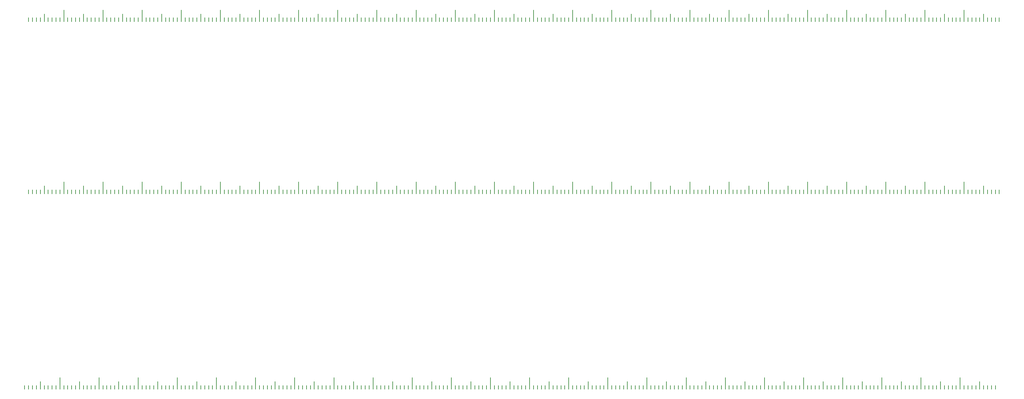
<source format=gtl>
G04 #@! TF.GenerationSoftware,KiCad,Pcbnew,7.0.9-dirty*
G04 #@! TF.CreationDate,2024-01-14T20:59:28+01:00*
G04 #@! TF.ProjectId,ranura 13857,72616e75-7261-4203-9133-3835372e6b69,1*
G04 #@! TF.SameCoordinates,Original*
G04 #@! TF.FileFunction,Copper,L1,Top*
G04 #@! TF.FilePolarity,Positive*
%FSLAX46Y46*%
G04 Gerber Fmt 4.6, Leading zero omitted, Abs format (unit mm)*
G04 Created by KiCad (PCBNEW 7.0.9-dirty) date 2024-01-14 20:59:28*
%MOMM*%
%LPD*%
G01*
G04 APERTURE LIST*
G04 #@! TA.AperFunction,EtchedComponent*
%ADD10C,0.150000*%
G04 #@! TD*
G04 APERTURE END LIST*
D10*
X26000000Y-108000000D02*
X26000000Y-107000000D01*
X27000000Y-108000000D02*
X27000000Y-107000000D01*
X28000000Y-108000000D02*
X28000000Y-107000000D01*
X29000000Y-108000000D02*
X29000000Y-107000000D01*
X30000000Y-108000000D02*
X30000000Y-106000000D01*
X31000000Y-108000000D02*
X31000000Y-107000000D01*
X32000000Y-108000000D02*
X32000000Y-107000000D01*
X33000000Y-108000000D02*
X33000000Y-107000000D01*
X34000000Y-108000000D02*
X34000000Y-107000000D01*
X35000000Y-108000000D02*
X35000000Y-105000000D01*
X36000000Y-108000000D02*
X36000000Y-107000000D01*
X37000000Y-108000000D02*
X37000000Y-107000000D01*
X38000000Y-108000000D02*
X38000000Y-107000000D01*
X39000000Y-108000000D02*
X39000000Y-107000000D01*
X40000000Y-108000000D02*
X40000000Y-106000000D01*
X41000000Y-108000000D02*
X41000000Y-107000000D01*
X42000000Y-108000000D02*
X42000000Y-107000000D01*
X43000000Y-108000000D02*
X43000000Y-107000000D01*
X44000000Y-108000000D02*
X44000000Y-107000000D01*
X45000000Y-108000000D02*
X45000000Y-105000000D01*
X46000000Y-108000000D02*
X46000000Y-107000000D01*
X47000000Y-108000000D02*
X47000000Y-107000000D01*
X48000000Y-108000000D02*
X48000000Y-107000000D01*
X49000000Y-108000000D02*
X49000000Y-107000000D01*
X50000000Y-108000000D02*
X50000000Y-106000000D01*
X51000000Y-108000000D02*
X51000000Y-107000000D01*
X52000000Y-108000000D02*
X52000000Y-107000000D01*
X53000000Y-108000000D02*
X53000000Y-107000000D01*
X54000000Y-108000000D02*
X54000000Y-107000000D01*
X55000000Y-108000000D02*
X55000000Y-105000000D01*
X56000000Y-108000000D02*
X56000000Y-107000000D01*
X57000000Y-108000000D02*
X57000000Y-107000000D01*
X58000000Y-108000000D02*
X58000000Y-107000000D01*
X59000000Y-108000000D02*
X59000000Y-107000000D01*
X60000000Y-108000000D02*
X60000000Y-106000000D01*
X61000000Y-108000000D02*
X61000000Y-107000000D01*
X62000000Y-108000000D02*
X62000000Y-107000000D01*
X63000000Y-108000000D02*
X63000000Y-107000000D01*
X64000000Y-108000000D02*
X64000000Y-107000000D01*
X65000000Y-108000000D02*
X65000000Y-105000000D01*
X66000000Y-108000000D02*
X66000000Y-107000000D01*
X67000000Y-108000000D02*
X67000000Y-107000000D01*
X68000000Y-108000000D02*
X68000000Y-107000000D01*
X69000000Y-108000000D02*
X69000000Y-107000000D01*
X70000000Y-108000000D02*
X70000000Y-106000000D01*
X71000000Y-108000000D02*
X71000000Y-107000000D01*
X72000000Y-108000000D02*
X72000000Y-107000000D01*
X73000000Y-108000000D02*
X73000000Y-107000000D01*
X74000000Y-108000000D02*
X74000000Y-107000000D01*
X75000000Y-108000000D02*
X75000000Y-105000000D01*
X76000000Y-108000000D02*
X76000000Y-107000000D01*
X77000000Y-108000000D02*
X77000000Y-107000000D01*
X78000000Y-108000000D02*
X78000000Y-107000000D01*
X79000000Y-108000000D02*
X79000000Y-107000000D01*
X80000000Y-108000000D02*
X80000000Y-106000000D01*
X81000000Y-108000000D02*
X81000000Y-107000000D01*
X82000000Y-108000000D02*
X82000000Y-107000000D01*
X83000000Y-108000000D02*
X83000000Y-107000000D01*
X84000000Y-108000000D02*
X84000000Y-107000000D01*
X85000000Y-108000000D02*
X85000000Y-105000000D01*
X86000000Y-108000000D02*
X86000000Y-107000000D01*
X87000000Y-108000000D02*
X87000000Y-107000000D01*
X88000000Y-108000000D02*
X88000000Y-107000000D01*
X89000000Y-108000000D02*
X89000000Y-107000000D01*
X90000000Y-108000000D02*
X90000000Y-106000000D01*
X91000000Y-108000000D02*
X91000000Y-107000000D01*
X92000000Y-108000000D02*
X92000000Y-107000000D01*
X93000000Y-108000000D02*
X93000000Y-107000000D01*
X94000000Y-108000000D02*
X94000000Y-107000000D01*
X95000000Y-108000000D02*
X95000000Y-105000000D01*
X96000000Y-108000000D02*
X96000000Y-107000000D01*
X97000000Y-108000000D02*
X97000000Y-107000000D01*
X98000000Y-108000000D02*
X98000000Y-107000000D01*
X99000000Y-108000000D02*
X99000000Y-107000000D01*
X100000000Y-108000000D02*
X100000000Y-106000000D01*
X101000000Y-108000000D02*
X101000000Y-107000000D01*
X102000000Y-108000000D02*
X102000000Y-107000000D01*
X103000000Y-108000000D02*
X103000000Y-107000000D01*
X104000000Y-108000000D02*
X104000000Y-107000000D01*
X105000000Y-108000000D02*
X105000000Y-105000000D01*
X106000000Y-108000000D02*
X106000000Y-107000000D01*
X107000000Y-108000000D02*
X107000000Y-107000000D01*
X108000000Y-108000000D02*
X108000000Y-107000000D01*
X109000000Y-108000000D02*
X109000000Y-107000000D01*
X110000000Y-108000000D02*
X110000000Y-106000000D01*
X111000000Y-108000000D02*
X111000000Y-107000000D01*
X112000000Y-108000000D02*
X112000000Y-107000000D01*
X113000000Y-108000000D02*
X113000000Y-107000000D01*
X114000000Y-108000000D02*
X114000000Y-107000000D01*
X115000000Y-108000000D02*
X115000000Y-105000000D01*
X116000000Y-108000000D02*
X116000000Y-107000000D01*
X117000000Y-108000000D02*
X117000000Y-107000000D01*
X118000000Y-108000000D02*
X118000000Y-107000000D01*
X119000000Y-108000000D02*
X119000000Y-107000000D01*
X120000000Y-108000000D02*
X120000000Y-106000000D01*
X121000000Y-108000000D02*
X121000000Y-107000000D01*
X122000000Y-108000000D02*
X122000000Y-107000000D01*
X123000000Y-108000000D02*
X123000000Y-107000000D01*
X124000000Y-108000000D02*
X124000000Y-107000000D01*
X125000000Y-108000000D02*
X125000000Y-105000000D01*
X126000000Y-108000000D02*
X126000000Y-107000000D01*
X127000000Y-108000000D02*
X127000000Y-107000000D01*
X128000000Y-108000000D02*
X128000000Y-107000000D01*
X129000000Y-108000000D02*
X129000000Y-107000000D01*
X130000000Y-108000000D02*
X130000000Y-106000000D01*
X131000000Y-108000000D02*
X131000000Y-107000000D01*
X132000000Y-108000000D02*
X132000000Y-107000000D01*
X133000000Y-108000000D02*
X133000000Y-107000000D01*
X134000000Y-108000000D02*
X134000000Y-107000000D01*
X135000000Y-108000000D02*
X135000000Y-105000000D01*
X136000000Y-108000000D02*
X136000000Y-107000000D01*
X137000000Y-108000000D02*
X137000000Y-107000000D01*
X138000000Y-108000000D02*
X138000000Y-107000000D01*
X139000000Y-108000000D02*
X139000000Y-107000000D01*
X140000000Y-108000000D02*
X140000000Y-106000000D01*
X141000000Y-108000000D02*
X141000000Y-107000000D01*
X142000000Y-108000000D02*
X142000000Y-107000000D01*
X143000000Y-108000000D02*
X143000000Y-107000000D01*
X144000000Y-108000000D02*
X144000000Y-107000000D01*
X145000000Y-108000000D02*
X145000000Y-105000000D01*
X146000000Y-108000000D02*
X146000000Y-107000000D01*
X147000000Y-108000000D02*
X147000000Y-107000000D01*
X148000000Y-108000000D02*
X148000000Y-107000000D01*
X149000000Y-108000000D02*
X149000000Y-107000000D01*
X150000000Y-108000000D02*
X150000000Y-106000000D01*
X151000000Y-108000000D02*
X151000000Y-107000000D01*
X152000000Y-108000000D02*
X152000000Y-107000000D01*
X153000000Y-108000000D02*
X153000000Y-107000000D01*
X154000000Y-108000000D02*
X154000000Y-107000000D01*
X155000000Y-108000000D02*
X155000000Y-105000000D01*
X156000000Y-108000000D02*
X156000000Y-107000000D01*
X157000000Y-108000000D02*
X157000000Y-107000000D01*
X158000000Y-108000000D02*
X158000000Y-107000000D01*
X159000000Y-108000000D02*
X159000000Y-107000000D01*
X160000000Y-108000000D02*
X160000000Y-106000000D01*
X161000000Y-108000000D02*
X161000000Y-107000000D01*
X162000000Y-108000000D02*
X162000000Y-107000000D01*
X163000000Y-108000000D02*
X163000000Y-107000000D01*
X164000000Y-108000000D02*
X164000000Y-107000000D01*
X165000000Y-108000000D02*
X165000000Y-105000000D01*
X166000000Y-108000000D02*
X166000000Y-107000000D01*
X167000000Y-108000000D02*
X167000000Y-107000000D01*
X168000000Y-108000000D02*
X168000000Y-107000000D01*
X169000000Y-108000000D02*
X169000000Y-107000000D01*
X170000000Y-108000000D02*
X170000000Y-106000000D01*
X171000000Y-108000000D02*
X171000000Y-107000000D01*
X172000000Y-108000000D02*
X172000000Y-107000000D01*
X173000000Y-108000000D02*
X173000000Y-107000000D01*
X174000000Y-108000000D02*
X174000000Y-107000000D01*
X175000000Y-108000000D02*
X175000000Y-105000000D01*
X176000000Y-108000000D02*
X176000000Y-107000000D01*
X177000000Y-108000000D02*
X177000000Y-107000000D01*
X178000000Y-108000000D02*
X178000000Y-107000000D01*
X179000000Y-108000000D02*
X179000000Y-107000000D01*
X180000000Y-108000000D02*
X180000000Y-106000000D01*
X181000000Y-108000000D02*
X181000000Y-107000000D01*
X182000000Y-108000000D02*
X182000000Y-107000000D01*
X183000000Y-108000000D02*
X183000000Y-107000000D01*
X184000000Y-108000000D02*
X184000000Y-107000000D01*
X185000000Y-108000000D02*
X185000000Y-105000000D01*
X186000000Y-108000000D02*
X186000000Y-107000000D01*
X187000000Y-108000000D02*
X187000000Y-107000000D01*
X188000000Y-108000000D02*
X188000000Y-107000000D01*
X189000000Y-108000000D02*
X189000000Y-107000000D01*
X190000000Y-108000000D02*
X190000000Y-106000000D01*
X191000000Y-108000000D02*
X191000000Y-107000000D01*
X192000000Y-108000000D02*
X192000000Y-107000000D01*
X193000000Y-108000000D02*
X193000000Y-107000000D01*
X194000000Y-108000000D02*
X194000000Y-107000000D01*
X195000000Y-108000000D02*
X195000000Y-105000000D01*
X196000000Y-108000000D02*
X196000000Y-107000000D01*
X197000000Y-108000000D02*
X197000000Y-107000000D01*
X198000000Y-108000000D02*
X198000000Y-107000000D01*
X199000000Y-108000000D02*
X199000000Y-107000000D01*
X200000000Y-108000000D02*
X200000000Y-106000000D01*
X201000000Y-108000000D02*
X201000000Y-107000000D01*
X202000000Y-108000000D02*
X202000000Y-107000000D01*
X203000000Y-108000000D02*
X203000000Y-107000000D01*
X204000000Y-108000000D02*
X204000000Y-107000000D01*
X205000000Y-108000000D02*
X205000000Y-105000000D01*
X206000000Y-108000000D02*
X206000000Y-107000000D01*
X207000000Y-108000000D02*
X207000000Y-107000000D01*
X208000000Y-108000000D02*
X208000000Y-107000000D01*
X209000000Y-108000000D02*
X209000000Y-107000000D01*
X210000000Y-108000000D02*
X210000000Y-106000000D01*
X211000000Y-108000000D02*
X211000000Y-107000000D01*
X212000000Y-108000000D02*
X212000000Y-107000000D01*
X213000000Y-108000000D02*
X213000000Y-107000000D01*
X214000000Y-108000000D02*
X214000000Y-107000000D01*
X215000000Y-108000000D02*
X215000000Y-105000000D01*
X216000000Y-108000000D02*
X216000000Y-107000000D01*
X217000000Y-108000000D02*
X217000000Y-107000000D01*
X218000000Y-108000000D02*
X218000000Y-107000000D01*
X219000000Y-108000000D02*
X219000000Y-107000000D01*
X220000000Y-108000000D02*
X220000000Y-106000000D01*
X221000000Y-108000000D02*
X221000000Y-107000000D01*
X222000000Y-108000000D02*
X222000000Y-107000000D01*
X223000000Y-108000000D02*
X223000000Y-107000000D01*
X224000000Y-108000000D02*
X224000000Y-107000000D01*
X225000000Y-108000000D02*
X225000000Y-105000000D01*
X226000000Y-108000000D02*
X226000000Y-107000000D01*
X227000000Y-108000000D02*
X227000000Y-107000000D01*
X228000000Y-108000000D02*
X228000000Y-107000000D01*
X229000000Y-108000000D02*
X229000000Y-107000000D01*
X230000000Y-108000000D02*
X230000000Y-106000000D01*
X231000000Y-108000000D02*
X231000000Y-107000000D01*
X232000000Y-108000000D02*
X232000000Y-107000000D01*
X233000000Y-108000000D02*
X233000000Y-107000000D01*
X234000000Y-108000000D02*
X234000000Y-107000000D01*
X235000000Y-108000000D02*
X235000000Y-105000000D01*
X236000000Y-108000000D02*
X236000000Y-107000000D01*
X237000000Y-108000000D02*
X237000000Y-107000000D01*
X238000000Y-108000000D02*
X238000000Y-107000000D01*
X239000000Y-108000000D02*
X239000000Y-107000000D01*
X240000000Y-108000000D02*
X240000000Y-106000000D01*
X241000000Y-108000000D02*
X241000000Y-107000000D01*
X242000000Y-108000000D02*
X242000000Y-107000000D01*
X243000000Y-108000000D02*
X243000000Y-107000000D01*
X244000000Y-108000000D02*
X244000000Y-107000000D01*
X245000000Y-108000000D02*
X245000000Y-105000000D01*
X246000000Y-108000000D02*
X246000000Y-107000000D01*
X247000000Y-108000000D02*
X247000000Y-107000000D01*
X248000000Y-108000000D02*
X248000000Y-107000000D01*
X249000000Y-108000000D02*
X249000000Y-107000000D01*
X250000000Y-108000000D02*
X250000000Y-106000000D01*
X251000000Y-108000000D02*
X251000000Y-107000000D01*
X252000000Y-108000000D02*
X252000000Y-107000000D01*
X253000000Y-108000000D02*
X253000000Y-107000000D01*
X254000000Y-108000000D02*
X254000000Y-107000000D01*
X255000000Y-108000000D02*
X255000000Y-105000000D01*
X256000000Y-108000000D02*
X256000000Y-107000000D01*
X257000000Y-108000000D02*
X257000000Y-107000000D01*
X258000000Y-108000000D02*
X258000000Y-107000000D01*
X259000000Y-108000000D02*
X259000000Y-107000000D01*
X260000000Y-108000000D02*
X260000000Y-106000000D01*
X261000000Y-108000000D02*
X261000000Y-107000000D01*
X262000000Y-108000000D02*
X262000000Y-107000000D01*
X263000000Y-108000000D02*
X263000000Y-107000000D01*
X264000000Y-108000000D02*
X264000000Y-107000000D01*
X265000000Y-108000000D02*
X265000000Y-105000000D01*
X266000000Y-108000000D02*
X266000000Y-107000000D01*
X267000000Y-108000000D02*
X267000000Y-107000000D01*
X268000000Y-108000000D02*
X268000000Y-107000000D01*
X269000000Y-108000000D02*
X269000000Y-107000000D01*
X270000000Y-108000000D02*
X270000000Y-106000000D01*
X271000000Y-108000000D02*
X271000000Y-107000000D01*
X272000000Y-108000000D02*
X272000000Y-107000000D01*
X273000000Y-108000000D02*
X273000000Y-107000000D01*
X274000000Y-108000000D02*
X274000000Y-107000000D01*
X25000000Y-158000000D02*
X25000000Y-157000000D01*
X26000000Y-158000000D02*
X26000000Y-157000000D01*
X27000000Y-158000000D02*
X27000000Y-157000000D01*
X28000000Y-158000000D02*
X28000000Y-157000000D01*
X29000000Y-158000000D02*
X29000000Y-156000000D01*
X30000000Y-158000000D02*
X30000000Y-157000000D01*
X31000000Y-158000000D02*
X31000000Y-157000000D01*
X32000000Y-158000000D02*
X32000000Y-157000000D01*
X33000000Y-158000000D02*
X33000000Y-157000000D01*
X34000000Y-158000000D02*
X34000000Y-155000000D01*
X35000000Y-158000000D02*
X35000000Y-157000000D01*
X36000000Y-158000000D02*
X36000000Y-157000000D01*
X37000000Y-158000000D02*
X37000000Y-157000000D01*
X38000000Y-158000000D02*
X38000000Y-157000000D01*
X39000000Y-158000000D02*
X39000000Y-156000000D01*
X40000000Y-158000000D02*
X40000000Y-157000000D01*
X41000000Y-158000000D02*
X41000000Y-157000000D01*
X42000000Y-158000000D02*
X42000000Y-157000000D01*
X43000000Y-158000000D02*
X43000000Y-157000000D01*
X44000000Y-158000000D02*
X44000000Y-155000000D01*
X45000000Y-158000000D02*
X45000000Y-157000000D01*
X46000000Y-158000000D02*
X46000000Y-157000000D01*
X47000000Y-158000000D02*
X47000000Y-157000000D01*
X48000000Y-158000000D02*
X48000000Y-157000000D01*
X49000000Y-158000000D02*
X49000000Y-156000000D01*
X50000000Y-158000000D02*
X50000000Y-157000000D01*
X51000000Y-158000000D02*
X51000000Y-157000000D01*
X52000000Y-158000000D02*
X52000000Y-157000000D01*
X53000000Y-158000000D02*
X53000000Y-157000000D01*
X54000000Y-158000000D02*
X54000000Y-155000000D01*
X55000000Y-158000000D02*
X55000000Y-157000000D01*
X56000000Y-158000000D02*
X56000000Y-157000000D01*
X57000000Y-158000000D02*
X57000000Y-157000000D01*
X58000000Y-158000000D02*
X58000000Y-157000000D01*
X59000000Y-158000000D02*
X59000000Y-156000000D01*
X60000000Y-158000000D02*
X60000000Y-157000000D01*
X61000000Y-158000000D02*
X61000000Y-157000000D01*
X62000000Y-158000000D02*
X62000000Y-157000000D01*
X63000000Y-158000000D02*
X63000000Y-157000000D01*
X64000000Y-158000000D02*
X64000000Y-155000000D01*
X65000000Y-158000000D02*
X65000000Y-157000000D01*
X66000000Y-158000000D02*
X66000000Y-157000000D01*
X67000000Y-158000000D02*
X67000000Y-157000000D01*
X68000000Y-158000000D02*
X68000000Y-157000000D01*
X69000000Y-158000000D02*
X69000000Y-156000000D01*
X70000000Y-158000000D02*
X70000000Y-157000000D01*
X71000000Y-158000000D02*
X71000000Y-157000000D01*
X72000000Y-158000000D02*
X72000000Y-157000000D01*
X73000000Y-158000000D02*
X73000000Y-157000000D01*
X74000000Y-158000000D02*
X74000000Y-155000000D01*
X75000000Y-158000000D02*
X75000000Y-157000000D01*
X76000000Y-158000000D02*
X76000000Y-157000000D01*
X77000000Y-158000000D02*
X77000000Y-157000000D01*
X78000000Y-158000000D02*
X78000000Y-157000000D01*
X79000000Y-158000000D02*
X79000000Y-156000000D01*
X80000000Y-158000000D02*
X80000000Y-157000000D01*
X81000000Y-158000000D02*
X81000000Y-157000000D01*
X82000000Y-158000000D02*
X82000000Y-157000000D01*
X83000000Y-158000000D02*
X83000000Y-157000000D01*
X84000000Y-158000000D02*
X84000000Y-155000000D01*
X85000000Y-158000000D02*
X85000000Y-157000000D01*
X86000000Y-158000000D02*
X86000000Y-157000000D01*
X87000000Y-158000000D02*
X87000000Y-157000000D01*
X88000000Y-158000000D02*
X88000000Y-157000000D01*
X89000000Y-158000000D02*
X89000000Y-156000000D01*
X90000000Y-158000000D02*
X90000000Y-157000000D01*
X91000000Y-158000000D02*
X91000000Y-157000000D01*
X92000000Y-158000000D02*
X92000000Y-157000000D01*
X93000000Y-158000000D02*
X93000000Y-157000000D01*
X94000000Y-158000000D02*
X94000000Y-155000000D01*
X95000000Y-158000000D02*
X95000000Y-157000000D01*
X96000000Y-158000000D02*
X96000000Y-157000000D01*
X97000000Y-158000000D02*
X97000000Y-157000000D01*
X98000000Y-158000000D02*
X98000000Y-157000000D01*
X99000000Y-158000000D02*
X99000000Y-156000000D01*
X100000000Y-158000000D02*
X100000000Y-157000000D01*
X101000000Y-158000000D02*
X101000000Y-157000000D01*
X102000000Y-158000000D02*
X102000000Y-157000000D01*
X103000000Y-158000000D02*
X103000000Y-157000000D01*
X104000000Y-158000000D02*
X104000000Y-155000000D01*
X105000000Y-158000000D02*
X105000000Y-157000000D01*
X106000000Y-158000000D02*
X106000000Y-157000000D01*
X107000000Y-158000000D02*
X107000000Y-157000000D01*
X108000000Y-158000000D02*
X108000000Y-157000000D01*
X109000000Y-158000000D02*
X109000000Y-156000000D01*
X110000000Y-158000000D02*
X110000000Y-157000000D01*
X111000000Y-158000000D02*
X111000000Y-157000000D01*
X112000000Y-158000000D02*
X112000000Y-157000000D01*
X113000000Y-158000000D02*
X113000000Y-157000000D01*
X114000000Y-158000000D02*
X114000000Y-155000000D01*
X115000000Y-158000000D02*
X115000000Y-157000000D01*
X116000000Y-158000000D02*
X116000000Y-157000000D01*
X117000000Y-158000000D02*
X117000000Y-157000000D01*
X118000000Y-158000000D02*
X118000000Y-157000000D01*
X119000000Y-158000000D02*
X119000000Y-156000000D01*
X120000000Y-158000000D02*
X120000000Y-157000000D01*
X121000000Y-158000000D02*
X121000000Y-157000000D01*
X122000000Y-158000000D02*
X122000000Y-157000000D01*
X123000000Y-158000000D02*
X123000000Y-157000000D01*
X124000000Y-158000000D02*
X124000000Y-155000000D01*
X125000000Y-158000000D02*
X125000000Y-157000000D01*
X126000000Y-158000000D02*
X126000000Y-157000000D01*
X127000000Y-158000000D02*
X127000000Y-157000000D01*
X128000000Y-158000000D02*
X128000000Y-157000000D01*
X129000000Y-158000000D02*
X129000000Y-156000000D01*
X130000000Y-158000000D02*
X130000000Y-157000000D01*
X131000000Y-158000000D02*
X131000000Y-157000000D01*
X132000000Y-158000000D02*
X132000000Y-157000000D01*
X133000000Y-158000000D02*
X133000000Y-157000000D01*
X134000000Y-158000000D02*
X134000000Y-155000000D01*
X135000000Y-158000000D02*
X135000000Y-157000000D01*
X136000000Y-158000000D02*
X136000000Y-157000000D01*
X137000000Y-158000000D02*
X137000000Y-157000000D01*
X138000000Y-158000000D02*
X138000000Y-157000000D01*
X139000000Y-158000000D02*
X139000000Y-156000000D01*
X140000000Y-158000000D02*
X140000000Y-157000000D01*
X141000000Y-158000000D02*
X141000000Y-157000000D01*
X142000000Y-158000000D02*
X142000000Y-157000000D01*
X143000000Y-158000000D02*
X143000000Y-157000000D01*
X144000000Y-158000000D02*
X144000000Y-155000000D01*
X145000000Y-158000000D02*
X145000000Y-157000000D01*
X146000000Y-158000000D02*
X146000000Y-157000000D01*
X147000000Y-158000000D02*
X147000000Y-157000000D01*
X148000000Y-158000000D02*
X148000000Y-157000000D01*
X149000000Y-158000000D02*
X149000000Y-156000000D01*
X150000000Y-158000000D02*
X150000000Y-157000000D01*
X151000000Y-158000000D02*
X151000000Y-157000000D01*
X152000000Y-158000000D02*
X152000000Y-157000000D01*
X153000000Y-158000000D02*
X153000000Y-157000000D01*
X154000000Y-158000000D02*
X154000000Y-155000000D01*
X155000000Y-158000000D02*
X155000000Y-157000000D01*
X156000000Y-158000000D02*
X156000000Y-157000000D01*
X157000000Y-158000000D02*
X157000000Y-157000000D01*
X158000000Y-158000000D02*
X158000000Y-157000000D01*
X159000000Y-158000000D02*
X159000000Y-156000000D01*
X160000000Y-158000000D02*
X160000000Y-157000000D01*
X161000000Y-158000000D02*
X161000000Y-157000000D01*
X162000000Y-158000000D02*
X162000000Y-157000000D01*
X163000000Y-158000000D02*
X163000000Y-157000000D01*
X164000000Y-158000000D02*
X164000000Y-155000000D01*
X165000000Y-158000000D02*
X165000000Y-157000000D01*
X166000000Y-158000000D02*
X166000000Y-157000000D01*
X167000000Y-158000000D02*
X167000000Y-157000000D01*
X168000000Y-158000000D02*
X168000000Y-157000000D01*
X169000000Y-158000000D02*
X169000000Y-156000000D01*
X170000000Y-158000000D02*
X170000000Y-157000000D01*
X171000000Y-158000000D02*
X171000000Y-157000000D01*
X172000000Y-158000000D02*
X172000000Y-157000000D01*
X173000000Y-158000000D02*
X173000000Y-157000000D01*
X174000000Y-158000000D02*
X174000000Y-155000000D01*
X175000000Y-158000000D02*
X175000000Y-157000000D01*
X176000000Y-158000000D02*
X176000000Y-157000000D01*
X177000000Y-158000000D02*
X177000000Y-157000000D01*
X178000000Y-158000000D02*
X178000000Y-157000000D01*
X179000000Y-158000000D02*
X179000000Y-156000000D01*
X180000000Y-158000000D02*
X180000000Y-157000000D01*
X181000000Y-158000000D02*
X181000000Y-157000000D01*
X182000000Y-158000000D02*
X182000000Y-157000000D01*
X183000000Y-158000000D02*
X183000000Y-157000000D01*
X184000000Y-158000000D02*
X184000000Y-155000000D01*
X185000000Y-158000000D02*
X185000000Y-157000000D01*
X186000000Y-158000000D02*
X186000000Y-157000000D01*
X187000000Y-158000000D02*
X187000000Y-157000000D01*
X188000000Y-158000000D02*
X188000000Y-157000000D01*
X189000000Y-158000000D02*
X189000000Y-156000000D01*
X190000000Y-158000000D02*
X190000000Y-157000000D01*
X191000000Y-158000000D02*
X191000000Y-157000000D01*
X192000000Y-158000000D02*
X192000000Y-157000000D01*
X193000000Y-158000000D02*
X193000000Y-157000000D01*
X194000000Y-158000000D02*
X194000000Y-155000000D01*
X195000000Y-158000000D02*
X195000000Y-157000000D01*
X196000000Y-158000000D02*
X196000000Y-157000000D01*
X197000000Y-158000000D02*
X197000000Y-157000000D01*
X198000000Y-158000000D02*
X198000000Y-157000000D01*
X199000000Y-158000000D02*
X199000000Y-156000000D01*
X200000000Y-158000000D02*
X200000000Y-157000000D01*
X201000000Y-158000000D02*
X201000000Y-157000000D01*
X202000000Y-158000000D02*
X202000000Y-157000000D01*
X203000000Y-158000000D02*
X203000000Y-157000000D01*
X204000000Y-158000000D02*
X204000000Y-155000000D01*
X205000000Y-158000000D02*
X205000000Y-157000000D01*
X206000000Y-158000000D02*
X206000000Y-157000000D01*
X207000000Y-158000000D02*
X207000000Y-157000000D01*
X208000000Y-158000000D02*
X208000000Y-157000000D01*
X209000000Y-158000000D02*
X209000000Y-156000000D01*
X210000000Y-158000000D02*
X210000000Y-157000000D01*
X211000000Y-158000000D02*
X211000000Y-157000000D01*
X212000000Y-158000000D02*
X212000000Y-157000000D01*
X213000000Y-158000000D02*
X213000000Y-157000000D01*
X214000000Y-158000000D02*
X214000000Y-155000000D01*
X215000000Y-158000000D02*
X215000000Y-157000000D01*
X216000000Y-158000000D02*
X216000000Y-157000000D01*
X217000000Y-158000000D02*
X217000000Y-157000000D01*
X218000000Y-158000000D02*
X218000000Y-157000000D01*
X219000000Y-158000000D02*
X219000000Y-156000000D01*
X220000000Y-158000000D02*
X220000000Y-157000000D01*
X221000000Y-158000000D02*
X221000000Y-157000000D01*
X222000000Y-158000000D02*
X222000000Y-157000000D01*
X223000000Y-158000000D02*
X223000000Y-157000000D01*
X224000000Y-158000000D02*
X224000000Y-155000000D01*
X225000000Y-158000000D02*
X225000000Y-157000000D01*
X226000000Y-158000000D02*
X226000000Y-157000000D01*
X227000000Y-158000000D02*
X227000000Y-157000000D01*
X228000000Y-158000000D02*
X228000000Y-157000000D01*
X229000000Y-158000000D02*
X229000000Y-156000000D01*
X230000000Y-158000000D02*
X230000000Y-157000000D01*
X231000000Y-158000000D02*
X231000000Y-157000000D01*
X232000000Y-158000000D02*
X232000000Y-157000000D01*
X233000000Y-158000000D02*
X233000000Y-157000000D01*
X234000000Y-158000000D02*
X234000000Y-155000000D01*
X235000000Y-158000000D02*
X235000000Y-157000000D01*
X236000000Y-158000000D02*
X236000000Y-157000000D01*
X237000000Y-158000000D02*
X237000000Y-157000000D01*
X238000000Y-158000000D02*
X238000000Y-157000000D01*
X239000000Y-158000000D02*
X239000000Y-156000000D01*
X240000000Y-158000000D02*
X240000000Y-157000000D01*
X241000000Y-158000000D02*
X241000000Y-157000000D01*
X242000000Y-158000000D02*
X242000000Y-157000000D01*
X243000000Y-158000000D02*
X243000000Y-157000000D01*
X244000000Y-158000000D02*
X244000000Y-155000000D01*
X245000000Y-158000000D02*
X245000000Y-157000000D01*
X246000000Y-158000000D02*
X246000000Y-157000000D01*
X247000000Y-158000000D02*
X247000000Y-157000000D01*
X248000000Y-158000000D02*
X248000000Y-157000000D01*
X249000000Y-158000000D02*
X249000000Y-156000000D01*
X250000000Y-158000000D02*
X250000000Y-157000000D01*
X251000000Y-158000000D02*
X251000000Y-157000000D01*
X252000000Y-158000000D02*
X252000000Y-157000000D01*
X253000000Y-158000000D02*
X253000000Y-157000000D01*
X254000000Y-158000000D02*
X254000000Y-155000000D01*
X255000000Y-158000000D02*
X255000000Y-157000000D01*
X256000000Y-158000000D02*
X256000000Y-157000000D01*
X257000000Y-158000000D02*
X257000000Y-157000000D01*
X258000000Y-158000000D02*
X258000000Y-157000000D01*
X259000000Y-158000000D02*
X259000000Y-156000000D01*
X260000000Y-158000000D02*
X260000000Y-157000000D01*
X261000000Y-158000000D02*
X261000000Y-157000000D01*
X262000000Y-158000000D02*
X262000000Y-157000000D01*
X263000000Y-158000000D02*
X263000000Y-157000000D01*
X264000000Y-158000000D02*
X264000000Y-155000000D01*
X265000000Y-158000000D02*
X265000000Y-157000000D01*
X266000000Y-158000000D02*
X266000000Y-157000000D01*
X267000000Y-158000000D02*
X267000000Y-157000000D01*
X268000000Y-158000000D02*
X268000000Y-157000000D01*
X269000000Y-158000000D02*
X269000000Y-156000000D01*
X270000000Y-158000000D02*
X270000000Y-157000000D01*
X271000000Y-158000000D02*
X271000000Y-157000000D01*
X272000000Y-158000000D02*
X272000000Y-157000000D01*
X273000000Y-158000000D02*
X273000000Y-157000000D01*
X26000000Y-64000000D02*
X26000000Y-63000000D01*
X27000000Y-64000000D02*
X27000000Y-63000000D01*
X28000000Y-64000000D02*
X28000000Y-63000000D01*
X29000000Y-64000000D02*
X29000000Y-63000000D01*
X30000000Y-64000000D02*
X30000000Y-62000000D01*
X31000000Y-64000000D02*
X31000000Y-63000000D01*
X32000000Y-64000000D02*
X32000000Y-63000000D01*
X33000000Y-64000000D02*
X33000000Y-63000000D01*
X34000000Y-64000000D02*
X34000000Y-63000000D01*
X35000000Y-64000000D02*
X35000000Y-61000000D01*
X36000000Y-64000000D02*
X36000000Y-63000000D01*
X37000000Y-64000000D02*
X37000000Y-63000000D01*
X38000000Y-64000000D02*
X38000000Y-63000000D01*
X39000000Y-64000000D02*
X39000000Y-63000000D01*
X40000000Y-64000000D02*
X40000000Y-62000000D01*
X41000000Y-64000000D02*
X41000000Y-63000000D01*
X42000000Y-64000000D02*
X42000000Y-63000000D01*
X43000000Y-64000000D02*
X43000000Y-63000000D01*
X44000000Y-64000000D02*
X44000000Y-63000000D01*
X45000000Y-64000000D02*
X45000000Y-61000000D01*
X46000000Y-64000000D02*
X46000000Y-63000000D01*
X47000000Y-64000000D02*
X47000000Y-63000000D01*
X48000000Y-64000000D02*
X48000000Y-63000000D01*
X49000000Y-64000000D02*
X49000000Y-63000000D01*
X50000000Y-64000000D02*
X50000000Y-62000000D01*
X51000000Y-64000000D02*
X51000000Y-63000000D01*
X52000000Y-64000000D02*
X52000000Y-63000000D01*
X53000000Y-64000000D02*
X53000000Y-63000000D01*
X54000000Y-64000000D02*
X54000000Y-63000000D01*
X55000000Y-64000000D02*
X55000000Y-61000000D01*
X56000000Y-64000000D02*
X56000000Y-63000000D01*
X57000000Y-64000000D02*
X57000000Y-63000000D01*
X58000000Y-64000000D02*
X58000000Y-63000000D01*
X59000000Y-64000000D02*
X59000000Y-63000000D01*
X60000000Y-64000000D02*
X60000000Y-62000000D01*
X61000000Y-64000000D02*
X61000000Y-63000000D01*
X62000000Y-64000000D02*
X62000000Y-63000000D01*
X63000000Y-64000000D02*
X63000000Y-63000000D01*
X64000000Y-64000000D02*
X64000000Y-63000000D01*
X65000000Y-64000000D02*
X65000000Y-61000000D01*
X66000000Y-64000000D02*
X66000000Y-63000000D01*
X67000000Y-64000000D02*
X67000000Y-63000000D01*
X68000000Y-64000000D02*
X68000000Y-63000000D01*
X69000000Y-64000000D02*
X69000000Y-63000000D01*
X70000000Y-64000000D02*
X70000000Y-62000000D01*
X71000000Y-64000000D02*
X71000000Y-63000000D01*
X72000000Y-64000000D02*
X72000000Y-63000000D01*
X73000000Y-64000000D02*
X73000000Y-63000000D01*
X74000000Y-64000000D02*
X74000000Y-63000000D01*
X75000000Y-64000000D02*
X75000000Y-61000000D01*
X76000000Y-64000000D02*
X76000000Y-63000000D01*
X77000000Y-64000000D02*
X77000000Y-63000000D01*
X78000000Y-64000000D02*
X78000000Y-63000000D01*
X79000000Y-64000000D02*
X79000000Y-63000000D01*
X80000000Y-64000000D02*
X80000000Y-62000000D01*
X81000000Y-64000000D02*
X81000000Y-63000000D01*
X82000000Y-64000000D02*
X82000000Y-63000000D01*
X83000000Y-64000000D02*
X83000000Y-63000000D01*
X84000000Y-64000000D02*
X84000000Y-63000000D01*
X85000000Y-64000000D02*
X85000000Y-61000000D01*
X86000000Y-64000000D02*
X86000000Y-63000000D01*
X87000000Y-64000000D02*
X87000000Y-63000000D01*
X88000000Y-64000000D02*
X88000000Y-63000000D01*
X89000000Y-64000000D02*
X89000000Y-63000000D01*
X90000000Y-64000000D02*
X90000000Y-62000000D01*
X91000000Y-64000000D02*
X91000000Y-63000000D01*
X92000000Y-64000000D02*
X92000000Y-63000000D01*
X93000000Y-64000000D02*
X93000000Y-63000000D01*
X94000000Y-64000000D02*
X94000000Y-63000000D01*
X95000000Y-64000000D02*
X95000000Y-61000000D01*
X96000000Y-64000000D02*
X96000000Y-63000000D01*
X97000000Y-64000000D02*
X97000000Y-63000000D01*
X98000000Y-64000000D02*
X98000000Y-63000000D01*
X99000000Y-64000000D02*
X99000000Y-63000000D01*
X100000000Y-64000000D02*
X100000000Y-62000000D01*
X101000000Y-64000000D02*
X101000000Y-63000000D01*
X102000000Y-64000000D02*
X102000000Y-63000000D01*
X103000000Y-64000000D02*
X103000000Y-63000000D01*
X104000000Y-64000000D02*
X104000000Y-63000000D01*
X105000000Y-64000000D02*
X105000000Y-61000000D01*
X106000000Y-64000000D02*
X106000000Y-63000000D01*
X107000000Y-64000000D02*
X107000000Y-63000000D01*
X108000000Y-64000000D02*
X108000000Y-63000000D01*
X109000000Y-64000000D02*
X109000000Y-63000000D01*
X110000000Y-64000000D02*
X110000000Y-62000000D01*
X111000000Y-64000000D02*
X111000000Y-63000000D01*
X112000000Y-64000000D02*
X112000000Y-63000000D01*
X113000000Y-64000000D02*
X113000000Y-63000000D01*
X114000000Y-64000000D02*
X114000000Y-63000000D01*
X115000000Y-64000000D02*
X115000000Y-61000000D01*
X116000000Y-64000000D02*
X116000000Y-63000000D01*
X117000000Y-64000000D02*
X117000000Y-63000000D01*
X118000000Y-64000000D02*
X118000000Y-63000000D01*
X119000000Y-64000000D02*
X119000000Y-63000000D01*
X120000000Y-64000000D02*
X120000000Y-62000000D01*
X121000000Y-64000000D02*
X121000000Y-63000000D01*
X122000000Y-64000000D02*
X122000000Y-63000000D01*
X123000000Y-64000000D02*
X123000000Y-63000000D01*
X124000000Y-64000000D02*
X124000000Y-63000000D01*
X125000000Y-64000000D02*
X125000000Y-61000000D01*
X126000000Y-64000000D02*
X126000000Y-63000000D01*
X127000000Y-64000000D02*
X127000000Y-63000000D01*
X128000000Y-64000000D02*
X128000000Y-63000000D01*
X129000000Y-64000000D02*
X129000000Y-63000000D01*
X130000000Y-64000000D02*
X130000000Y-62000000D01*
X131000000Y-64000000D02*
X131000000Y-63000000D01*
X132000000Y-64000000D02*
X132000000Y-63000000D01*
X133000000Y-64000000D02*
X133000000Y-63000000D01*
X134000000Y-64000000D02*
X134000000Y-63000000D01*
X135000000Y-64000000D02*
X135000000Y-61000000D01*
X136000000Y-64000000D02*
X136000000Y-63000000D01*
X137000000Y-64000000D02*
X137000000Y-63000000D01*
X138000000Y-64000000D02*
X138000000Y-63000000D01*
X139000000Y-64000000D02*
X139000000Y-63000000D01*
X140000000Y-64000000D02*
X140000000Y-62000000D01*
X141000000Y-64000000D02*
X141000000Y-63000000D01*
X142000000Y-64000000D02*
X142000000Y-63000000D01*
X143000000Y-64000000D02*
X143000000Y-63000000D01*
X144000000Y-64000000D02*
X144000000Y-63000000D01*
X145000000Y-64000000D02*
X145000000Y-61000000D01*
X146000000Y-64000000D02*
X146000000Y-63000000D01*
X147000000Y-64000000D02*
X147000000Y-63000000D01*
X148000000Y-64000000D02*
X148000000Y-63000000D01*
X149000000Y-64000000D02*
X149000000Y-63000000D01*
X150000000Y-64000000D02*
X150000000Y-62000000D01*
X151000000Y-64000000D02*
X151000000Y-63000000D01*
X152000000Y-64000000D02*
X152000000Y-63000000D01*
X153000000Y-64000000D02*
X153000000Y-63000000D01*
X154000000Y-64000000D02*
X154000000Y-63000000D01*
X155000000Y-64000000D02*
X155000000Y-61000000D01*
X156000000Y-64000000D02*
X156000000Y-63000000D01*
X157000000Y-64000000D02*
X157000000Y-63000000D01*
X158000000Y-64000000D02*
X158000000Y-63000000D01*
X159000000Y-64000000D02*
X159000000Y-63000000D01*
X160000000Y-64000000D02*
X160000000Y-62000000D01*
X161000000Y-64000000D02*
X161000000Y-63000000D01*
X162000000Y-64000000D02*
X162000000Y-63000000D01*
X163000000Y-64000000D02*
X163000000Y-63000000D01*
X164000000Y-64000000D02*
X164000000Y-63000000D01*
X165000000Y-64000000D02*
X165000000Y-61000000D01*
X166000000Y-64000000D02*
X166000000Y-63000000D01*
X167000000Y-64000000D02*
X167000000Y-63000000D01*
X168000000Y-64000000D02*
X168000000Y-63000000D01*
X169000000Y-64000000D02*
X169000000Y-63000000D01*
X170000000Y-64000000D02*
X170000000Y-62000000D01*
X171000000Y-64000000D02*
X171000000Y-63000000D01*
X172000000Y-64000000D02*
X172000000Y-63000000D01*
X173000000Y-64000000D02*
X173000000Y-63000000D01*
X174000000Y-64000000D02*
X174000000Y-63000000D01*
X175000000Y-64000000D02*
X175000000Y-61000000D01*
X176000000Y-64000000D02*
X176000000Y-63000000D01*
X177000000Y-64000000D02*
X177000000Y-63000000D01*
X178000000Y-64000000D02*
X178000000Y-63000000D01*
X179000000Y-64000000D02*
X179000000Y-63000000D01*
X180000000Y-64000000D02*
X180000000Y-62000000D01*
X181000000Y-64000000D02*
X181000000Y-63000000D01*
X182000000Y-64000000D02*
X182000000Y-63000000D01*
X183000000Y-64000000D02*
X183000000Y-63000000D01*
X184000000Y-64000000D02*
X184000000Y-63000000D01*
X185000000Y-64000000D02*
X185000000Y-61000000D01*
X186000000Y-64000000D02*
X186000000Y-63000000D01*
X187000000Y-64000000D02*
X187000000Y-63000000D01*
X188000000Y-64000000D02*
X188000000Y-63000000D01*
X189000000Y-64000000D02*
X189000000Y-63000000D01*
X190000000Y-64000000D02*
X190000000Y-62000000D01*
X191000000Y-64000000D02*
X191000000Y-63000000D01*
X192000000Y-64000000D02*
X192000000Y-63000000D01*
X193000000Y-64000000D02*
X193000000Y-63000000D01*
X194000000Y-64000000D02*
X194000000Y-63000000D01*
X195000000Y-64000000D02*
X195000000Y-61000000D01*
X196000000Y-64000000D02*
X196000000Y-63000000D01*
X197000000Y-64000000D02*
X197000000Y-63000000D01*
X198000000Y-64000000D02*
X198000000Y-63000000D01*
X199000000Y-64000000D02*
X199000000Y-63000000D01*
X200000000Y-64000000D02*
X200000000Y-62000000D01*
X201000000Y-64000000D02*
X201000000Y-63000000D01*
X202000000Y-64000000D02*
X202000000Y-63000000D01*
X203000000Y-64000000D02*
X203000000Y-63000000D01*
X204000000Y-64000000D02*
X204000000Y-63000000D01*
X205000000Y-64000000D02*
X205000000Y-61000000D01*
X206000000Y-64000000D02*
X206000000Y-63000000D01*
X207000000Y-64000000D02*
X207000000Y-63000000D01*
X208000000Y-64000000D02*
X208000000Y-63000000D01*
X209000000Y-64000000D02*
X209000000Y-63000000D01*
X210000000Y-64000000D02*
X210000000Y-62000000D01*
X211000000Y-64000000D02*
X211000000Y-63000000D01*
X212000000Y-64000000D02*
X212000000Y-63000000D01*
X213000000Y-64000000D02*
X213000000Y-63000000D01*
X214000000Y-64000000D02*
X214000000Y-63000000D01*
X215000000Y-64000000D02*
X215000000Y-61000000D01*
X216000000Y-64000000D02*
X216000000Y-63000000D01*
X217000000Y-64000000D02*
X217000000Y-63000000D01*
X218000000Y-64000000D02*
X218000000Y-63000000D01*
X219000000Y-64000000D02*
X219000000Y-63000000D01*
X220000000Y-64000000D02*
X220000000Y-62000000D01*
X221000000Y-64000000D02*
X221000000Y-63000000D01*
X222000000Y-64000000D02*
X222000000Y-63000000D01*
X223000000Y-64000000D02*
X223000000Y-63000000D01*
X224000000Y-64000000D02*
X224000000Y-63000000D01*
X225000000Y-64000000D02*
X225000000Y-61000000D01*
X226000000Y-64000000D02*
X226000000Y-63000000D01*
X227000000Y-64000000D02*
X227000000Y-63000000D01*
X228000000Y-64000000D02*
X228000000Y-63000000D01*
X229000000Y-64000000D02*
X229000000Y-63000000D01*
X230000000Y-64000000D02*
X230000000Y-62000000D01*
X231000000Y-64000000D02*
X231000000Y-63000000D01*
X232000000Y-64000000D02*
X232000000Y-63000000D01*
X233000000Y-64000000D02*
X233000000Y-63000000D01*
X234000000Y-64000000D02*
X234000000Y-63000000D01*
X235000000Y-64000000D02*
X235000000Y-61000000D01*
X236000000Y-64000000D02*
X236000000Y-63000000D01*
X237000000Y-64000000D02*
X237000000Y-63000000D01*
X238000000Y-64000000D02*
X238000000Y-63000000D01*
X239000000Y-64000000D02*
X239000000Y-63000000D01*
X240000000Y-64000000D02*
X240000000Y-62000000D01*
X241000000Y-64000000D02*
X241000000Y-63000000D01*
X242000000Y-64000000D02*
X242000000Y-63000000D01*
X243000000Y-64000000D02*
X243000000Y-63000000D01*
X244000000Y-64000000D02*
X244000000Y-63000000D01*
X245000000Y-64000000D02*
X245000000Y-61000000D01*
X246000000Y-64000000D02*
X246000000Y-63000000D01*
X247000000Y-64000000D02*
X247000000Y-63000000D01*
X248000000Y-64000000D02*
X248000000Y-63000000D01*
X249000000Y-64000000D02*
X249000000Y-63000000D01*
X250000000Y-64000000D02*
X250000000Y-62000000D01*
X251000000Y-64000000D02*
X251000000Y-63000000D01*
X252000000Y-64000000D02*
X252000000Y-63000000D01*
X253000000Y-64000000D02*
X253000000Y-63000000D01*
X254000000Y-64000000D02*
X254000000Y-63000000D01*
X255000000Y-64000000D02*
X255000000Y-61000000D01*
X256000000Y-64000000D02*
X256000000Y-63000000D01*
X257000000Y-64000000D02*
X257000000Y-63000000D01*
X258000000Y-64000000D02*
X258000000Y-63000000D01*
X259000000Y-64000000D02*
X259000000Y-63000000D01*
X260000000Y-64000000D02*
X260000000Y-62000000D01*
X261000000Y-64000000D02*
X261000000Y-63000000D01*
X262000000Y-64000000D02*
X262000000Y-63000000D01*
X263000000Y-64000000D02*
X263000000Y-63000000D01*
X264000000Y-64000000D02*
X264000000Y-63000000D01*
X265000000Y-64000000D02*
X265000000Y-61000000D01*
X266000000Y-64000000D02*
X266000000Y-63000000D01*
X267000000Y-64000000D02*
X267000000Y-63000000D01*
X268000000Y-64000000D02*
X268000000Y-63000000D01*
X269000000Y-64000000D02*
X269000000Y-63000000D01*
X270000000Y-64000000D02*
X270000000Y-62000000D01*
X271000000Y-64000000D02*
X271000000Y-63000000D01*
X272000000Y-64000000D02*
X272000000Y-63000000D01*
X273000000Y-64000000D02*
X273000000Y-63000000D01*
X274000000Y-64000000D02*
X274000000Y-63000000D01*
M02*

</source>
